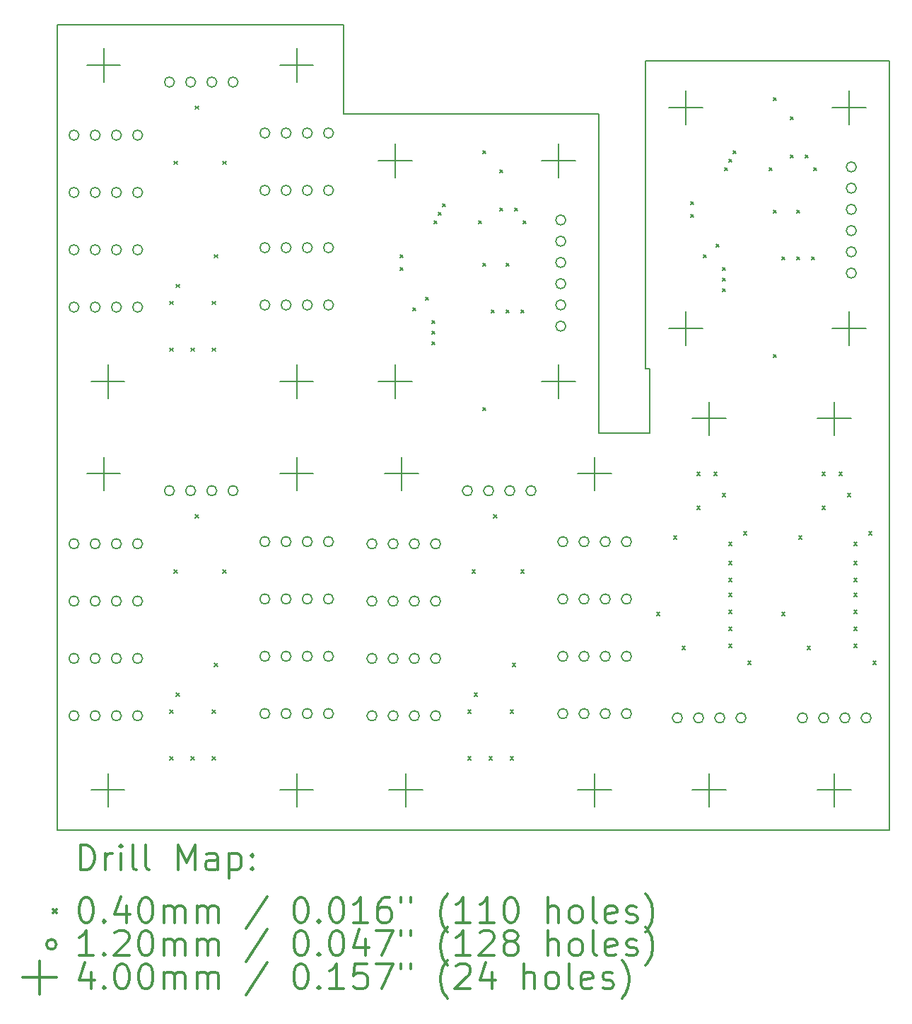
<source format=gbr>
%FSLAX45Y45*%
G04 Gerber Fmt 4.5, Leading zero omitted, Abs format (unit mm)*
G04 Created by KiCad (PCBNEW 5.0.2+dfsg1-1~bpo9+1) date dim. 19 janv. 2020 21:42:26 CET*
%MOMM*%
%LPD*%
G01*
G04 APERTURE LIST*
%ADD10C,0.150000*%
%ADD11C,0.200000*%
%ADD12C,0.300000*%
G04 APERTURE END LIST*
D10*
X14490700Y-6019800D02*
X11430000Y-6019800D01*
X14490700Y-9842500D02*
X14490700Y-6019800D01*
X15100300Y-9842500D02*
X14490700Y-9842500D01*
X15100300Y-9067800D02*
X15100300Y-9842500D01*
X15049500Y-9067800D02*
X15100300Y-9067800D01*
X15049500Y-5384800D02*
X15049500Y-9067800D01*
X17970500Y-5384800D02*
X15049500Y-5384800D01*
X17970500Y-14592300D02*
X17970500Y-5384800D01*
X17970500Y-14592300D02*
X8001000Y-14592300D01*
X8001000Y-14592300D02*
X8001000Y-4953000D01*
X11430000Y-4953000D02*
X11430000Y-6019800D01*
X8001000Y-4953000D02*
X11430000Y-4953000D01*
D11*
X9352600Y-8260400D02*
X9392600Y-8300400D01*
X9392600Y-8260400D02*
X9352600Y-8300400D01*
X9352600Y-8819200D02*
X9392600Y-8859200D01*
X9392600Y-8819200D02*
X9352600Y-8859200D01*
X9352600Y-13149900D02*
X9392600Y-13189900D01*
X9392600Y-13149900D02*
X9352600Y-13189900D01*
X9352600Y-13708700D02*
X9392600Y-13748700D01*
X9392600Y-13708700D02*
X9352600Y-13748700D01*
X9403400Y-6584000D02*
X9443400Y-6624000D01*
X9443400Y-6584000D02*
X9403400Y-6624000D01*
X9403400Y-11473500D02*
X9443400Y-11513500D01*
X9443400Y-11473500D02*
X9403400Y-11513500D01*
X9428800Y-8057200D02*
X9468800Y-8097200D01*
X9468800Y-8057200D02*
X9428800Y-8097200D01*
X9428800Y-12946700D02*
X9468800Y-12986700D01*
X9468800Y-12946700D02*
X9428800Y-12986700D01*
X9606600Y-8819200D02*
X9646600Y-8859200D01*
X9646600Y-8819200D02*
X9606600Y-8859200D01*
X9606600Y-13708700D02*
X9646600Y-13748700D01*
X9646600Y-13708700D02*
X9606600Y-13748700D01*
X9658700Y-5923600D02*
X9698700Y-5963600D01*
X9698700Y-5923600D02*
X9658700Y-5963600D01*
X9658700Y-10813100D02*
X9698700Y-10853100D01*
X9698700Y-10813100D02*
X9658700Y-10853100D01*
X9860600Y-8260400D02*
X9900600Y-8300400D01*
X9900600Y-8260400D02*
X9860600Y-8300400D01*
X9860600Y-8819200D02*
X9900600Y-8859200D01*
X9900600Y-8819200D02*
X9860600Y-8859200D01*
X9860600Y-13149900D02*
X9900600Y-13189900D01*
X9900600Y-13149900D02*
X9860600Y-13189900D01*
X9860600Y-13708700D02*
X9900600Y-13748700D01*
X9900600Y-13708700D02*
X9860600Y-13748700D01*
X9886000Y-7701600D02*
X9926000Y-7741600D01*
X9926000Y-7701600D02*
X9886000Y-7741600D01*
X9886000Y-12591100D02*
X9926000Y-12631100D01*
X9926000Y-12591100D02*
X9886000Y-12631100D01*
X9987600Y-6584000D02*
X10027600Y-6624000D01*
X10027600Y-6584000D02*
X9987600Y-6624000D01*
X9987600Y-11473500D02*
X10027600Y-11513500D01*
X10027600Y-11473500D02*
X9987600Y-11513500D01*
X12108500Y-7701600D02*
X12148500Y-7741600D01*
X12148500Y-7701600D02*
X12108500Y-7741600D01*
X12108500Y-7854000D02*
X12148500Y-7894000D01*
X12148500Y-7854000D02*
X12108500Y-7894000D01*
X12260900Y-8336600D02*
X12300900Y-8376600D01*
X12300900Y-8336600D02*
X12260900Y-8376600D01*
X12413300Y-8209600D02*
X12453300Y-8249600D01*
X12453300Y-8209600D02*
X12413300Y-8249600D01*
X12489500Y-8489000D02*
X12529500Y-8529000D01*
X12529500Y-8489000D02*
X12489500Y-8529000D01*
X12489500Y-8616000D02*
X12529500Y-8656000D01*
X12529500Y-8616000D02*
X12489500Y-8656000D01*
X12489500Y-8743000D02*
X12529500Y-8783000D01*
X12529500Y-8743000D02*
X12489500Y-8783000D01*
X12514900Y-7295200D02*
X12554900Y-7335200D01*
X12554900Y-7295200D02*
X12514900Y-7335200D01*
X12565700Y-7193600D02*
X12605700Y-7233600D01*
X12605700Y-7193600D02*
X12565700Y-7233600D01*
X12565700Y-7193600D02*
X12605700Y-7233600D01*
X12605700Y-7193600D02*
X12565700Y-7233600D01*
X12616500Y-7092000D02*
X12656500Y-7132000D01*
X12656500Y-7092000D02*
X12616500Y-7132000D01*
X12921300Y-13149900D02*
X12961300Y-13189900D01*
X12961300Y-13149900D02*
X12921300Y-13189900D01*
X12921300Y-13708700D02*
X12961300Y-13748700D01*
X12961300Y-13708700D02*
X12921300Y-13748700D01*
X12972100Y-11473500D02*
X13012100Y-11513500D01*
X13012100Y-11473500D02*
X12972100Y-11513500D01*
X12997500Y-12946700D02*
X13037500Y-12986700D01*
X13037500Y-12946700D02*
X12997500Y-12986700D01*
X13048300Y-7295200D02*
X13088300Y-7335200D01*
X13088300Y-7295200D02*
X13048300Y-7335200D01*
X13099100Y-6457000D02*
X13139100Y-6497000D01*
X13139100Y-6457000D02*
X13099100Y-6497000D01*
X13099100Y-7803200D02*
X13139100Y-7843200D01*
X13139100Y-7803200D02*
X13099100Y-7843200D01*
X13099100Y-9530400D02*
X13139100Y-9570400D01*
X13139100Y-9530400D02*
X13099100Y-9570400D01*
X13175300Y-13708700D02*
X13215300Y-13748700D01*
X13215300Y-13708700D02*
X13175300Y-13748700D01*
X13200700Y-8362000D02*
X13240700Y-8402000D01*
X13240700Y-8362000D02*
X13200700Y-8402000D01*
X13227400Y-10813100D02*
X13267400Y-10853100D01*
X13267400Y-10813100D02*
X13227400Y-10853100D01*
X13302300Y-6685600D02*
X13342300Y-6725600D01*
X13342300Y-6685600D02*
X13302300Y-6725600D01*
X13302300Y-7142800D02*
X13342300Y-7182800D01*
X13342300Y-7142800D02*
X13302300Y-7182800D01*
X13378500Y-7803200D02*
X13418500Y-7843200D01*
X13418500Y-7803200D02*
X13378500Y-7843200D01*
X13378500Y-8362000D02*
X13418500Y-8402000D01*
X13418500Y-8362000D02*
X13378500Y-8402000D01*
X13429300Y-13149900D02*
X13469300Y-13189900D01*
X13469300Y-13149900D02*
X13429300Y-13189900D01*
X13429300Y-13708700D02*
X13469300Y-13748700D01*
X13469300Y-13708700D02*
X13429300Y-13748700D01*
X13454700Y-12591100D02*
X13494700Y-12631100D01*
X13494700Y-12591100D02*
X13454700Y-12631100D01*
X13480100Y-7142800D02*
X13520100Y-7182800D01*
X13520100Y-7142800D02*
X13480100Y-7182800D01*
X13556300Y-8362000D02*
X13596300Y-8402000D01*
X13596300Y-8362000D02*
X13556300Y-8402000D01*
X13556300Y-11473500D02*
X13596300Y-11513500D01*
X13596300Y-11473500D02*
X13556300Y-11513500D01*
X13581700Y-7295200D02*
X13621700Y-7335200D01*
X13621700Y-7295200D02*
X13581700Y-7335200D01*
X15181900Y-11981500D02*
X15221900Y-12021500D01*
X15221900Y-11981500D02*
X15181900Y-12021500D01*
X15385100Y-11067100D02*
X15425100Y-11107100D01*
X15425100Y-11067100D02*
X15385100Y-11107100D01*
X15486700Y-12387900D02*
X15526700Y-12427900D01*
X15526700Y-12387900D02*
X15486700Y-12427900D01*
X15588300Y-7066600D02*
X15628300Y-7106600D01*
X15628300Y-7066600D02*
X15588300Y-7106600D01*
X15588300Y-7219000D02*
X15628300Y-7259000D01*
X15628300Y-7219000D02*
X15588300Y-7259000D01*
X15664500Y-10305100D02*
X15704500Y-10345100D01*
X15704500Y-10305100D02*
X15664500Y-10345100D01*
X15664500Y-10711500D02*
X15704500Y-10751500D01*
X15704500Y-10711500D02*
X15664500Y-10751500D01*
X15740700Y-7701600D02*
X15780700Y-7741600D01*
X15780700Y-7701600D02*
X15740700Y-7741600D01*
X15867700Y-10305100D02*
X15907700Y-10345100D01*
X15907700Y-10305100D02*
X15867700Y-10345100D01*
X15893100Y-7574600D02*
X15933100Y-7614600D01*
X15933100Y-7574600D02*
X15893100Y-7614600D01*
X15969300Y-7854000D02*
X16009300Y-7894000D01*
X16009300Y-7854000D02*
X15969300Y-7894000D01*
X15969300Y-7981000D02*
X16009300Y-8021000D01*
X16009300Y-7981000D02*
X15969300Y-8021000D01*
X15969300Y-8108000D02*
X16009300Y-8148000D01*
X16009300Y-8108000D02*
X15969300Y-8148000D01*
X15969300Y-10559100D02*
X16009300Y-10599100D01*
X16009300Y-10559100D02*
X15969300Y-10599100D01*
X15994700Y-6660200D02*
X16034700Y-6700200D01*
X16034700Y-6660200D02*
X15994700Y-6700200D01*
X16044200Y-11371900D02*
X16084200Y-11411900D01*
X16084200Y-11371900D02*
X16044200Y-11411900D01*
X16045500Y-6558600D02*
X16085500Y-6598600D01*
X16085500Y-6558600D02*
X16045500Y-6598600D01*
X16045500Y-6558600D02*
X16085500Y-6598600D01*
X16085500Y-6558600D02*
X16045500Y-6598600D01*
X16045500Y-11143300D02*
X16085500Y-11183300D01*
X16085500Y-11143300D02*
X16045500Y-11183300D01*
X16045500Y-11575100D02*
X16085500Y-11615100D01*
X16085500Y-11575100D02*
X16045500Y-11615100D01*
X16045500Y-11752900D02*
X16085500Y-11792900D01*
X16085500Y-11752900D02*
X16045500Y-11792900D01*
X16045500Y-11752900D02*
X16085500Y-11792900D01*
X16085500Y-11752900D02*
X16045500Y-11792900D01*
X16045500Y-11956100D02*
X16085500Y-11996100D01*
X16085500Y-11956100D02*
X16045500Y-11996100D01*
X16045500Y-12159300D02*
X16085500Y-12199300D01*
X16085500Y-12159300D02*
X16045500Y-12199300D01*
X16045500Y-12362500D02*
X16085500Y-12402500D01*
X16085500Y-12362500D02*
X16045500Y-12402500D01*
X16096300Y-6457000D02*
X16136300Y-6497000D01*
X16136300Y-6457000D02*
X16096300Y-6497000D01*
X16223300Y-11016300D02*
X16263300Y-11056300D01*
X16263300Y-11016300D02*
X16223300Y-11056300D01*
X16274100Y-12565700D02*
X16314100Y-12605700D01*
X16314100Y-12565700D02*
X16274100Y-12605700D01*
X16528100Y-6660200D02*
X16568100Y-6700200D01*
X16568100Y-6660200D02*
X16528100Y-6700200D01*
X16578900Y-5822000D02*
X16618900Y-5862000D01*
X16618900Y-5822000D02*
X16578900Y-5862000D01*
X16578900Y-7168200D02*
X16618900Y-7208200D01*
X16618900Y-7168200D02*
X16578900Y-7208200D01*
X16578900Y-8895400D02*
X16618900Y-8935400D01*
X16618900Y-8895400D02*
X16578900Y-8935400D01*
X16680500Y-7727000D02*
X16720500Y-7767000D01*
X16720500Y-7727000D02*
X16680500Y-7767000D01*
X16680500Y-11981500D02*
X16720500Y-12021500D01*
X16720500Y-11981500D02*
X16680500Y-12021500D01*
X16782100Y-6050600D02*
X16822100Y-6090600D01*
X16822100Y-6050600D02*
X16782100Y-6090600D01*
X16782100Y-6507800D02*
X16822100Y-6547800D01*
X16822100Y-6507800D02*
X16782100Y-6547800D01*
X16858300Y-7168200D02*
X16898300Y-7208200D01*
X16898300Y-7168200D02*
X16858300Y-7208200D01*
X16858300Y-7727000D02*
X16898300Y-7767000D01*
X16898300Y-7727000D02*
X16858300Y-7767000D01*
X16883700Y-11067100D02*
X16923700Y-11107100D01*
X16923700Y-11067100D02*
X16883700Y-11107100D01*
X16959900Y-6507800D02*
X16999900Y-6547800D01*
X16999900Y-6507800D02*
X16959900Y-6547800D01*
X16985300Y-12387900D02*
X17025300Y-12427900D01*
X17025300Y-12387900D02*
X16985300Y-12427900D01*
X17036100Y-7727000D02*
X17076100Y-7767000D01*
X17076100Y-7727000D02*
X17036100Y-7767000D01*
X17061500Y-6660200D02*
X17101500Y-6700200D01*
X17101500Y-6660200D02*
X17061500Y-6700200D01*
X17163100Y-10305100D02*
X17203100Y-10345100D01*
X17203100Y-10305100D02*
X17163100Y-10345100D01*
X17163100Y-10711500D02*
X17203100Y-10751500D01*
X17203100Y-10711500D02*
X17163100Y-10751500D01*
X17366300Y-10305100D02*
X17406300Y-10345100D01*
X17406300Y-10305100D02*
X17366300Y-10345100D01*
X17467900Y-10559100D02*
X17507900Y-10599100D01*
X17507900Y-10559100D02*
X17467900Y-10599100D01*
X17542800Y-11371900D02*
X17582800Y-11411900D01*
X17582800Y-11371900D02*
X17542800Y-11411900D01*
X17544100Y-11143300D02*
X17584100Y-11183300D01*
X17584100Y-11143300D02*
X17544100Y-11183300D01*
X17544100Y-11575100D02*
X17584100Y-11615100D01*
X17584100Y-11575100D02*
X17544100Y-11615100D01*
X17544100Y-11752900D02*
X17584100Y-11792900D01*
X17584100Y-11752900D02*
X17544100Y-11792900D01*
X17544100Y-11752900D02*
X17584100Y-11792900D01*
X17584100Y-11752900D02*
X17544100Y-11792900D01*
X17544100Y-11956100D02*
X17584100Y-11996100D01*
X17584100Y-11956100D02*
X17544100Y-11996100D01*
X17544100Y-12159300D02*
X17584100Y-12199300D01*
X17584100Y-12159300D02*
X17544100Y-12199300D01*
X17544100Y-12362500D02*
X17584100Y-12402500D01*
X17584100Y-12362500D02*
X17544100Y-12402500D01*
X17721900Y-11016300D02*
X17761900Y-11056300D01*
X17761900Y-11016300D02*
X17721900Y-11056300D01*
X17772700Y-12565700D02*
X17812700Y-12605700D01*
X17812700Y-12565700D02*
X17772700Y-12605700D01*
X14118900Y-11137900D02*
G75*
G03X14118900Y-11137900I-60000J0D01*
G01*
X14372900Y-11137900D02*
G75*
G03X14372900Y-11137900I-60000J0D01*
G01*
X14626900Y-11137900D02*
G75*
G03X14626900Y-11137900I-60000J0D01*
G01*
X14880900Y-11137900D02*
G75*
G03X14880900Y-11137900I-60000J0D01*
G01*
X11832900Y-12534900D02*
G75*
G03X11832900Y-12534900I-60000J0D01*
G01*
X12086900Y-12534900D02*
G75*
G03X12086900Y-12534900I-60000J0D01*
G01*
X12340900Y-12534900D02*
G75*
G03X12340900Y-12534900I-60000J0D01*
G01*
X12594900Y-12534900D02*
G75*
G03X12594900Y-12534900I-60000J0D01*
G01*
X10550200Y-11823700D02*
G75*
G03X10550200Y-11823700I-60000J0D01*
G01*
X10804200Y-11823700D02*
G75*
G03X10804200Y-11823700I-60000J0D01*
G01*
X11058200Y-11823700D02*
G75*
G03X11058200Y-11823700I-60000J0D01*
G01*
X11312200Y-11823700D02*
G75*
G03X11312200Y-11823700I-60000J0D01*
G01*
X10550200Y-11137900D02*
G75*
G03X10550200Y-11137900I-60000J0D01*
G01*
X10804200Y-11137900D02*
G75*
G03X10804200Y-11137900I-60000J0D01*
G01*
X11058200Y-11137900D02*
G75*
G03X11058200Y-11137900I-60000J0D01*
G01*
X11312200Y-11137900D02*
G75*
G03X11312200Y-11137900I-60000J0D01*
G01*
X14118900Y-11823700D02*
G75*
G03X14118900Y-11823700I-60000J0D01*
G01*
X14372900Y-11823700D02*
G75*
G03X14372900Y-11823700I-60000J0D01*
G01*
X14626900Y-11823700D02*
G75*
G03X14626900Y-11823700I-60000J0D01*
G01*
X14880900Y-11823700D02*
G75*
G03X14880900Y-11823700I-60000J0D01*
G01*
X11832900Y-11163300D02*
G75*
G03X11832900Y-11163300I-60000J0D01*
G01*
X12086900Y-11163300D02*
G75*
G03X12086900Y-11163300I-60000J0D01*
G01*
X12340900Y-11163300D02*
G75*
G03X12340900Y-11163300I-60000J0D01*
G01*
X12594900Y-11163300D02*
G75*
G03X12594900Y-11163300I-60000J0D01*
G01*
X10550200Y-13195300D02*
G75*
G03X10550200Y-13195300I-60000J0D01*
G01*
X10804200Y-13195300D02*
G75*
G03X10804200Y-13195300I-60000J0D01*
G01*
X11058200Y-13195300D02*
G75*
G03X11058200Y-13195300I-60000J0D01*
G01*
X11312200Y-13195300D02*
G75*
G03X11312200Y-13195300I-60000J0D01*
G01*
X10550200Y-8305800D02*
G75*
G03X10550200Y-8305800I-60000J0D01*
G01*
X10804200Y-8305800D02*
G75*
G03X10804200Y-8305800I-60000J0D01*
G01*
X11058200Y-8305800D02*
G75*
G03X11058200Y-8305800I-60000J0D01*
G01*
X11312200Y-8305800D02*
G75*
G03X11312200Y-8305800I-60000J0D01*
G01*
X15490500Y-13246100D02*
G75*
G03X15490500Y-13246100I-60000J0D01*
G01*
X15744500Y-13246100D02*
G75*
G03X15744500Y-13246100I-60000J0D01*
G01*
X15998500Y-13246100D02*
G75*
G03X15998500Y-13246100I-60000J0D01*
G01*
X16252500Y-13246100D02*
G75*
G03X16252500Y-13246100I-60000J0D01*
G01*
X10550200Y-6248400D02*
G75*
G03X10550200Y-6248400I-60000J0D01*
G01*
X10804200Y-6248400D02*
G75*
G03X10804200Y-6248400I-60000J0D01*
G01*
X11058200Y-6248400D02*
G75*
G03X11058200Y-6248400I-60000J0D01*
G01*
X11312200Y-6248400D02*
G75*
G03X11312200Y-6248400I-60000J0D01*
G01*
X14118900Y-13195300D02*
G75*
G03X14118900Y-13195300I-60000J0D01*
G01*
X14372900Y-13195300D02*
G75*
G03X14372900Y-13195300I-60000J0D01*
G01*
X14626900Y-13195300D02*
G75*
G03X14626900Y-13195300I-60000J0D01*
G01*
X14880900Y-13195300D02*
G75*
G03X14880900Y-13195300I-60000J0D01*
G01*
X17573300Y-6654800D02*
G75*
G03X17573300Y-6654800I-60000J0D01*
G01*
X17573300Y-6908800D02*
G75*
G03X17573300Y-6908800I-60000J0D01*
G01*
X17573300Y-7162800D02*
G75*
G03X17573300Y-7162800I-60000J0D01*
G01*
X17573300Y-7416800D02*
G75*
G03X17573300Y-7416800I-60000J0D01*
G01*
X17573300Y-7670800D02*
G75*
G03X17573300Y-7670800I-60000J0D01*
G01*
X17573300Y-7924800D02*
G75*
G03X17573300Y-7924800I-60000J0D01*
G01*
X16989100Y-13246100D02*
G75*
G03X16989100Y-13246100I-60000J0D01*
G01*
X17243100Y-13246100D02*
G75*
G03X17243100Y-13246100I-60000J0D01*
G01*
X17497100Y-13246100D02*
G75*
G03X17497100Y-13246100I-60000J0D01*
G01*
X17751100Y-13246100D02*
G75*
G03X17751100Y-13246100I-60000J0D01*
G01*
X8264200Y-13220700D02*
G75*
G03X8264200Y-13220700I-60000J0D01*
G01*
X8518200Y-13220700D02*
G75*
G03X8518200Y-13220700I-60000J0D01*
G01*
X8772200Y-13220700D02*
G75*
G03X8772200Y-13220700I-60000J0D01*
G01*
X9026200Y-13220700D02*
G75*
G03X9026200Y-13220700I-60000J0D01*
G01*
X11832900Y-11849100D02*
G75*
G03X11832900Y-11849100I-60000J0D01*
G01*
X12086900Y-11849100D02*
G75*
G03X12086900Y-11849100I-60000J0D01*
G01*
X12340900Y-11849100D02*
G75*
G03X12340900Y-11849100I-60000J0D01*
G01*
X12594900Y-11849100D02*
G75*
G03X12594900Y-11849100I-60000J0D01*
G01*
X10550200Y-7620000D02*
G75*
G03X10550200Y-7620000I-60000J0D01*
G01*
X10804200Y-7620000D02*
G75*
G03X10804200Y-7620000I-60000J0D01*
G01*
X11058200Y-7620000D02*
G75*
G03X11058200Y-7620000I-60000J0D01*
G01*
X11312200Y-7620000D02*
G75*
G03X11312200Y-7620000I-60000J0D01*
G01*
X9407200Y-5638800D02*
G75*
G03X9407200Y-5638800I-60000J0D01*
G01*
X9661200Y-5638800D02*
G75*
G03X9661200Y-5638800I-60000J0D01*
G01*
X9915200Y-5638800D02*
G75*
G03X9915200Y-5638800I-60000J0D01*
G01*
X10169200Y-5638800D02*
G75*
G03X10169200Y-5638800I-60000J0D01*
G01*
X8264200Y-11163300D02*
G75*
G03X8264200Y-11163300I-60000J0D01*
G01*
X8518200Y-11163300D02*
G75*
G03X8518200Y-11163300I-60000J0D01*
G01*
X8772200Y-11163300D02*
G75*
G03X8772200Y-11163300I-60000J0D01*
G01*
X9026200Y-11163300D02*
G75*
G03X9026200Y-11163300I-60000J0D01*
G01*
X11832900Y-13220700D02*
G75*
G03X11832900Y-13220700I-60000J0D01*
G01*
X12086900Y-13220700D02*
G75*
G03X12086900Y-13220700I-60000J0D01*
G01*
X12340900Y-13220700D02*
G75*
G03X12340900Y-13220700I-60000J0D01*
G01*
X12594900Y-13220700D02*
G75*
G03X12594900Y-13220700I-60000J0D01*
G01*
X9407200Y-10528300D02*
G75*
G03X9407200Y-10528300I-60000J0D01*
G01*
X9661200Y-10528300D02*
G75*
G03X9661200Y-10528300I-60000J0D01*
G01*
X9915200Y-10528300D02*
G75*
G03X9915200Y-10528300I-60000J0D01*
G01*
X10169200Y-10528300D02*
G75*
G03X10169200Y-10528300I-60000J0D01*
G01*
X14093500Y-7289800D02*
G75*
G03X14093500Y-7289800I-60000J0D01*
G01*
X14093500Y-7543800D02*
G75*
G03X14093500Y-7543800I-60000J0D01*
G01*
X14093500Y-7797800D02*
G75*
G03X14093500Y-7797800I-60000J0D01*
G01*
X14093500Y-8051800D02*
G75*
G03X14093500Y-8051800I-60000J0D01*
G01*
X14093500Y-8305800D02*
G75*
G03X14093500Y-8305800I-60000J0D01*
G01*
X14093500Y-8559800D02*
G75*
G03X14093500Y-8559800I-60000J0D01*
G01*
X8264200Y-8331200D02*
G75*
G03X8264200Y-8331200I-60000J0D01*
G01*
X8518200Y-8331200D02*
G75*
G03X8518200Y-8331200I-60000J0D01*
G01*
X8772200Y-8331200D02*
G75*
G03X8772200Y-8331200I-60000J0D01*
G01*
X9026200Y-8331200D02*
G75*
G03X9026200Y-8331200I-60000J0D01*
G01*
X8264200Y-7645400D02*
G75*
G03X8264200Y-7645400I-60000J0D01*
G01*
X8518200Y-7645400D02*
G75*
G03X8518200Y-7645400I-60000J0D01*
G01*
X8772200Y-7645400D02*
G75*
G03X8772200Y-7645400I-60000J0D01*
G01*
X9026200Y-7645400D02*
G75*
G03X9026200Y-7645400I-60000J0D01*
G01*
X12975900Y-10528300D02*
G75*
G03X12975900Y-10528300I-60000J0D01*
G01*
X13229900Y-10528300D02*
G75*
G03X13229900Y-10528300I-60000J0D01*
G01*
X13483900Y-10528300D02*
G75*
G03X13483900Y-10528300I-60000J0D01*
G01*
X13737900Y-10528300D02*
G75*
G03X13737900Y-10528300I-60000J0D01*
G01*
X8264200Y-12534900D02*
G75*
G03X8264200Y-12534900I-60000J0D01*
G01*
X8518200Y-12534900D02*
G75*
G03X8518200Y-12534900I-60000J0D01*
G01*
X8772200Y-12534900D02*
G75*
G03X8772200Y-12534900I-60000J0D01*
G01*
X9026200Y-12534900D02*
G75*
G03X9026200Y-12534900I-60000J0D01*
G01*
X8264200Y-6959600D02*
G75*
G03X8264200Y-6959600I-60000J0D01*
G01*
X8518200Y-6959600D02*
G75*
G03X8518200Y-6959600I-60000J0D01*
G01*
X8772200Y-6959600D02*
G75*
G03X8772200Y-6959600I-60000J0D01*
G01*
X9026200Y-6959600D02*
G75*
G03X9026200Y-6959600I-60000J0D01*
G01*
X10550200Y-6934200D02*
G75*
G03X10550200Y-6934200I-60000J0D01*
G01*
X10804200Y-6934200D02*
G75*
G03X10804200Y-6934200I-60000J0D01*
G01*
X11058200Y-6934200D02*
G75*
G03X11058200Y-6934200I-60000J0D01*
G01*
X11312200Y-6934200D02*
G75*
G03X11312200Y-6934200I-60000J0D01*
G01*
X8264200Y-6273800D02*
G75*
G03X8264200Y-6273800I-60000J0D01*
G01*
X8518200Y-6273800D02*
G75*
G03X8518200Y-6273800I-60000J0D01*
G01*
X8772200Y-6273800D02*
G75*
G03X8772200Y-6273800I-60000J0D01*
G01*
X9026200Y-6273800D02*
G75*
G03X9026200Y-6273800I-60000J0D01*
G01*
X8264200Y-11849100D02*
G75*
G03X8264200Y-11849100I-60000J0D01*
G01*
X8518200Y-11849100D02*
G75*
G03X8518200Y-11849100I-60000J0D01*
G01*
X8772200Y-11849100D02*
G75*
G03X8772200Y-11849100I-60000J0D01*
G01*
X9026200Y-11849100D02*
G75*
G03X9026200Y-11849100I-60000J0D01*
G01*
X14118900Y-12509500D02*
G75*
G03X14118900Y-12509500I-60000J0D01*
G01*
X14372900Y-12509500D02*
G75*
G03X14372900Y-12509500I-60000J0D01*
G01*
X14626900Y-12509500D02*
G75*
G03X14626900Y-12509500I-60000J0D01*
G01*
X14880900Y-12509500D02*
G75*
G03X14880900Y-12509500I-60000J0D01*
G01*
X10550200Y-12509500D02*
G75*
G03X10550200Y-12509500I-60000J0D01*
G01*
X10804200Y-12509500D02*
G75*
G03X10804200Y-12509500I-60000J0D01*
G01*
X11058200Y-12509500D02*
G75*
G03X11058200Y-12509500I-60000J0D01*
G01*
X11312200Y-12509500D02*
G75*
G03X11312200Y-12509500I-60000J0D01*
G01*
X17310100Y-9464700D02*
X17310100Y-9864700D01*
X17110100Y-9664700D02*
X17510100Y-9664700D01*
X17487900Y-8385200D02*
X17487900Y-8785200D01*
X17287900Y-8585200D02*
X17687900Y-8585200D01*
X12128500Y-10125100D02*
X12128500Y-10525100D01*
X11928500Y-10325100D02*
X12328500Y-10325100D01*
X8559800Y-5235600D02*
X8559800Y-5635600D01*
X8359800Y-5435600D02*
X8759800Y-5435600D01*
X14008100Y-9020200D02*
X14008100Y-9420200D01*
X13808100Y-9220200D02*
X14208100Y-9220200D01*
X8610600Y-13909700D02*
X8610600Y-14309700D01*
X8410600Y-14109700D02*
X8810600Y-14109700D01*
X12052300Y-9020200D02*
X12052300Y-9420200D01*
X11852300Y-9220200D02*
X12252300Y-9220200D01*
X17310100Y-13909700D02*
X17310100Y-14309700D01*
X17110100Y-14109700D02*
X17510100Y-14109700D01*
X15811500Y-13909700D02*
X15811500Y-14309700D01*
X15611500Y-14109700D02*
X16011500Y-14109700D01*
X14008100Y-6378600D02*
X14008100Y-6778600D01*
X13808100Y-6578600D02*
X14208100Y-6578600D01*
X8559800Y-10125100D02*
X8559800Y-10525100D01*
X8359800Y-10325100D02*
X8759800Y-10325100D01*
X15532100Y-5743600D02*
X15532100Y-6143600D01*
X15332100Y-5943600D02*
X15732100Y-5943600D01*
X10871200Y-9020200D02*
X10871200Y-9420200D01*
X10671200Y-9220200D02*
X11071200Y-9220200D01*
X15811500Y-9464700D02*
X15811500Y-9864700D01*
X15611500Y-9664700D02*
X16011500Y-9664700D01*
X10871200Y-10125100D02*
X10871200Y-10525100D01*
X10671200Y-10325100D02*
X11071200Y-10325100D01*
X12179300Y-13909700D02*
X12179300Y-14309700D01*
X11979300Y-14109700D02*
X12379300Y-14109700D01*
X10871200Y-13909700D02*
X10871200Y-14309700D01*
X10671200Y-14109700D02*
X11071200Y-14109700D01*
X14439900Y-10125100D02*
X14439900Y-10525100D01*
X14239900Y-10325100D02*
X14639900Y-10325100D01*
X8610600Y-9020200D02*
X8610600Y-9420200D01*
X8410600Y-9220200D02*
X8810600Y-9220200D01*
X17487900Y-5743600D02*
X17487900Y-6143600D01*
X17287900Y-5943600D02*
X17687900Y-5943600D01*
X15532100Y-8385200D02*
X15532100Y-8785200D01*
X15332100Y-8585200D02*
X15732100Y-8585200D01*
X14439900Y-13909700D02*
X14439900Y-14309700D01*
X14239900Y-14109700D02*
X14639900Y-14109700D01*
X10871200Y-5235600D02*
X10871200Y-5635600D01*
X10671200Y-5435600D02*
X11071200Y-5435600D01*
X12052300Y-6378600D02*
X12052300Y-6778600D01*
X11852300Y-6578600D02*
X12252300Y-6578600D01*
D12*
X8279928Y-15065514D02*
X8279928Y-14765514D01*
X8351357Y-14765514D01*
X8394214Y-14779800D01*
X8422786Y-14808371D01*
X8437071Y-14836943D01*
X8451357Y-14894086D01*
X8451357Y-14936943D01*
X8437071Y-14994086D01*
X8422786Y-15022657D01*
X8394214Y-15051229D01*
X8351357Y-15065514D01*
X8279928Y-15065514D01*
X8579928Y-15065514D02*
X8579928Y-14865514D01*
X8579928Y-14922657D02*
X8594214Y-14894086D01*
X8608500Y-14879800D01*
X8637071Y-14865514D01*
X8665643Y-14865514D01*
X8765643Y-15065514D02*
X8765643Y-14865514D01*
X8765643Y-14765514D02*
X8751357Y-14779800D01*
X8765643Y-14794086D01*
X8779928Y-14779800D01*
X8765643Y-14765514D01*
X8765643Y-14794086D01*
X8951357Y-15065514D02*
X8922786Y-15051229D01*
X8908500Y-15022657D01*
X8908500Y-14765514D01*
X9108500Y-15065514D02*
X9079928Y-15051229D01*
X9065643Y-15022657D01*
X9065643Y-14765514D01*
X9451357Y-15065514D02*
X9451357Y-14765514D01*
X9551357Y-14979800D01*
X9651357Y-14765514D01*
X9651357Y-15065514D01*
X9922786Y-15065514D02*
X9922786Y-14908371D01*
X9908500Y-14879800D01*
X9879928Y-14865514D01*
X9822786Y-14865514D01*
X9794214Y-14879800D01*
X9922786Y-15051229D02*
X9894214Y-15065514D01*
X9822786Y-15065514D01*
X9794214Y-15051229D01*
X9779928Y-15022657D01*
X9779928Y-14994086D01*
X9794214Y-14965514D01*
X9822786Y-14951229D01*
X9894214Y-14951229D01*
X9922786Y-14936943D01*
X10065643Y-14865514D02*
X10065643Y-15165514D01*
X10065643Y-14879800D02*
X10094214Y-14865514D01*
X10151357Y-14865514D01*
X10179928Y-14879800D01*
X10194214Y-14894086D01*
X10208500Y-14922657D01*
X10208500Y-15008371D01*
X10194214Y-15036943D01*
X10179928Y-15051229D01*
X10151357Y-15065514D01*
X10094214Y-15065514D01*
X10065643Y-15051229D01*
X10337071Y-15036943D02*
X10351357Y-15051229D01*
X10337071Y-15065514D01*
X10322786Y-15051229D01*
X10337071Y-15036943D01*
X10337071Y-15065514D01*
X10337071Y-14879800D02*
X10351357Y-14894086D01*
X10337071Y-14908371D01*
X10322786Y-14894086D01*
X10337071Y-14879800D01*
X10337071Y-14908371D01*
X7953500Y-15539800D02*
X7993500Y-15579800D01*
X7993500Y-15539800D02*
X7953500Y-15579800D01*
X8337071Y-15395514D02*
X8365643Y-15395514D01*
X8394214Y-15409800D01*
X8408500Y-15424086D01*
X8422786Y-15452657D01*
X8437071Y-15509800D01*
X8437071Y-15581229D01*
X8422786Y-15638371D01*
X8408500Y-15666943D01*
X8394214Y-15681229D01*
X8365643Y-15695514D01*
X8337071Y-15695514D01*
X8308500Y-15681229D01*
X8294214Y-15666943D01*
X8279928Y-15638371D01*
X8265643Y-15581229D01*
X8265643Y-15509800D01*
X8279928Y-15452657D01*
X8294214Y-15424086D01*
X8308500Y-15409800D01*
X8337071Y-15395514D01*
X8565643Y-15666943D02*
X8579928Y-15681229D01*
X8565643Y-15695514D01*
X8551357Y-15681229D01*
X8565643Y-15666943D01*
X8565643Y-15695514D01*
X8837071Y-15495514D02*
X8837071Y-15695514D01*
X8765643Y-15381229D02*
X8694214Y-15595514D01*
X8879928Y-15595514D01*
X9051357Y-15395514D02*
X9079928Y-15395514D01*
X9108500Y-15409800D01*
X9122786Y-15424086D01*
X9137071Y-15452657D01*
X9151357Y-15509800D01*
X9151357Y-15581229D01*
X9137071Y-15638371D01*
X9122786Y-15666943D01*
X9108500Y-15681229D01*
X9079928Y-15695514D01*
X9051357Y-15695514D01*
X9022786Y-15681229D01*
X9008500Y-15666943D01*
X8994214Y-15638371D01*
X8979928Y-15581229D01*
X8979928Y-15509800D01*
X8994214Y-15452657D01*
X9008500Y-15424086D01*
X9022786Y-15409800D01*
X9051357Y-15395514D01*
X9279928Y-15695514D02*
X9279928Y-15495514D01*
X9279928Y-15524086D02*
X9294214Y-15509800D01*
X9322786Y-15495514D01*
X9365643Y-15495514D01*
X9394214Y-15509800D01*
X9408500Y-15538371D01*
X9408500Y-15695514D01*
X9408500Y-15538371D02*
X9422786Y-15509800D01*
X9451357Y-15495514D01*
X9494214Y-15495514D01*
X9522786Y-15509800D01*
X9537071Y-15538371D01*
X9537071Y-15695514D01*
X9679928Y-15695514D02*
X9679928Y-15495514D01*
X9679928Y-15524086D02*
X9694214Y-15509800D01*
X9722786Y-15495514D01*
X9765643Y-15495514D01*
X9794214Y-15509800D01*
X9808500Y-15538371D01*
X9808500Y-15695514D01*
X9808500Y-15538371D02*
X9822786Y-15509800D01*
X9851357Y-15495514D01*
X9894214Y-15495514D01*
X9922786Y-15509800D01*
X9937071Y-15538371D01*
X9937071Y-15695514D01*
X10522786Y-15381229D02*
X10265643Y-15766943D01*
X10908500Y-15395514D02*
X10937071Y-15395514D01*
X10965643Y-15409800D01*
X10979928Y-15424086D01*
X10994214Y-15452657D01*
X11008500Y-15509800D01*
X11008500Y-15581229D01*
X10994214Y-15638371D01*
X10979928Y-15666943D01*
X10965643Y-15681229D01*
X10937071Y-15695514D01*
X10908500Y-15695514D01*
X10879928Y-15681229D01*
X10865643Y-15666943D01*
X10851357Y-15638371D01*
X10837071Y-15581229D01*
X10837071Y-15509800D01*
X10851357Y-15452657D01*
X10865643Y-15424086D01*
X10879928Y-15409800D01*
X10908500Y-15395514D01*
X11137071Y-15666943D02*
X11151357Y-15681229D01*
X11137071Y-15695514D01*
X11122786Y-15681229D01*
X11137071Y-15666943D01*
X11137071Y-15695514D01*
X11337071Y-15395514D02*
X11365643Y-15395514D01*
X11394214Y-15409800D01*
X11408500Y-15424086D01*
X11422786Y-15452657D01*
X11437071Y-15509800D01*
X11437071Y-15581229D01*
X11422786Y-15638371D01*
X11408500Y-15666943D01*
X11394214Y-15681229D01*
X11365643Y-15695514D01*
X11337071Y-15695514D01*
X11308500Y-15681229D01*
X11294214Y-15666943D01*
X11279928Y-15638371D01*
X11265643Y-15581229D01*
X11265643Y-15509800D01*
X11279928Y-15452657D01*
X11294214Y-15424086D01*
X11308500Y-15409800D01*
X11337071Y-15395514D01*
X11722786Y-15695514D02*
X11551357Y-15695514D01*
X11637071Y-15695514D02*
X11637071Y-15395514D01*
X11608500Y-15438371D01*
X11579928Y-15466943D01*
X11551357Y-15481229D01*
X11979928Y-15395514D02*
X11922786Y-15395514D01*
X11894214Y-15409800D01*
X11879928Y-15424086D01*
X11851357Y-15466943D01*
X11837071Y-15524086D01*
X11837071Y-15638371D01*
X11851357Y-15666943D01*
X11865643Y-15681229D01*
X11894214Y-15695514D01*
X11951357Y-15695514D01*
X11979928Y-15681229D01*
X11994214Y-15666943D01*
X12008500Y-15638371D01*
X12008500Y-15566943D01*
X11994214Y-15538371D01*
X11979928Y-15524086D01*
X11951357Y-15509800D01*
X11894214Y-15509800D01*
X11865643Y-15524086D01*
X11851357Y-15538371D01*
X11837071Y-15566943D01*
X12122786Y-15395514D02*
X12122786Y-15452657D01*
X12237071Y-15395514D02*
X12237071Y-15452657D01*
X12679928Y-15809800D02*
X12665643Y-15795514D01*
X12637071Y-15752657D01*
X12622786Y-15724086D01*
X12608500Y-15681229D01*
X12594214Y-15609800D01*
X12594214Y-15552657D01*
X12608500Y-15481229D01*
X12622786Y-15438371D01*
X12637071Y-15409800D01*
X12665643Y-15366943D01*
X12679928Y-15352657D01*
X12951357Y-15695514D02*
X12779928Y-15695514D01*
X12865643Y-15695514D02*
X12865643Y-15395514D01*
X12837071Y-15438371D01*
X12808500Y-15466943D01*
X12779928Y-15481229D01*
X13237071Y-15695514D02*
X13065643Y-15695514D01*
X13151357Y-15695514D02*
X13151357Y-15395514D01*
X13122786Y-15438371D01*
X13094214Y-15466943D01*
X13065643Y-15481229D01*
X13422786Y-15395514D02*
X13451357Y-15395514D01*
X13479928Y-15409800D01*
X13494214Y-15424086D01*
X13508500Y-15452657D01*
X13522786Y-15509800D01*
X13522786Y-15581229D01*
X13508500Y-15638371D01*
X13494214Y-15666943D01*
X13479928Y-15681229D01*
X13451357Y-15695514D01*
X13422786Y-15695514D01*
X13394214Y-15681229D01*
X13379928Y-15666943D01*
X13365643Y-15638371D01*
X13351357Y-15581229D01*
X13351357Y-15509800D01*
X13365643Y-15452657D01*
X13379928Y-15424086D01*
X13394214Y-15409800D01*
X13422786Y-15395514D01*
X13879928Y-15695514D02*
X13879928Y-15395514D01*
X14008500Y-15695514D02*
X14008500Y-15538371D01*
X13994214Y-15509800D01*
X13965643Y-15495514D01*
X13922786Y-15495514D01*
X13894214Y-15509800D01*
X13879928Y-15524086D01*
X14194214Y-15695514D02*
X14165643Y-15681229D01*
X14151357Y-15666943D01*
X14137071Y-15638371D01*
X14137071Y-15552657D01*
X14151357Y-15524086D01*
X14165643Y-15509800D01*
X14194214Y-15495514D01*
X14237071Y-15495514D01*
X14265643Y-15509800D01*
X14279928Y-15524086D01*
X14294214Y-15552657D01*
X14294214Y-15638371D01*
X14279928Y-15666943D01*
X14265643Y-15681229D01*
X14237071Y-15695514D01*
X14194214Y-15695514D01*
X14465643Y-15695514D02*
X14437071Y-15681229D01*
X14422786Y-15652657D01*
X14422786Y-15395514D01*
X14694214Y-15681229D02*
X14665643Y-15695514D01*
X14608500Y-15695514D01*
X14579928Y-15681229D01*
X14565643Y-15652657D01*
X14565643Y-15538371D01*
X14579928Y-15509800D01*
X14608500Y-15495514D01*
X14665643Y-15495514D01*
X14694214Y-15509800D01*
X14708500Y-15538371D01*
X14708500Y-15566943D01*
X14565643Y-15595514D01*
X14822786Y-15681229D02*
X14851357Y-15695514D01*
X14908500Y-15695514D01*
X14937071Y-15681229D01*
X14951357Y-15652657D01*
X14951357Y-15638371D01*
X14937071Y-15609800D01*
X14908500Y-15595514D01*
X14865643Y-15595514D01*
X14837071Y-15581229D01*
X14822786Y-15552657D01*
X14822786Y-15538371D01*
X14837071Y-15509800D01*
X14865643Y-15495514D01*
X14908500Y-15495514D01*
X14937071Y-15509800D01*
X15051357Y-15809800D02*
X15065643Y-15795514D01*
X15094214Y-15752657D01*
X15108500Y-15724086D01*
X15122786Y-15681229D01*
X15137071Y-15609800D01*
X15137071Y-15552657D01*
X15122786Y-15481229D01*
X15108500Y-15438371D01*
X15094214Y-15409800D01*
X15065643Y-15366943D01*
X15051357Y-15352657D01*
X7993500Y-15955800D02*
G75*
G03X7993500Y-15955800I-60000J0D01*
G01*
X8437071Y-16091514D02*
X8265643Y-16091514D01*
X8351357Y-16091514D02*
X8351357Y-15791514D01*
X8322786Y-15834371D01*
X8294214Y-15862943D01*
X8265643Y-15877229D01*
X8565643Y-16062943D02*
X8579928Y-16077229D01*
X8565643Y-16091514D01*
X8551357Y-16077229D01*
X8565643Y-16062943D01*
X8565643Y-16091514D01*
X8694214Y-15820086D02*
X8708500Y-15805800D01*
X8737071Y-15791514D01*
X8808500Y-15791514D01*
X8837071Y-15805800D01*
X8851357Y-15820086D01*
X8865643Y-15848657D01*
X8865643Y-15877229D01*
X8851357Y-15920086D01*
X8679928Y-16091514D01*
X8865643Y-16091514D01*
X9051357Y-15791514D02*
X9079928Y-15791514D01*
X9108500Y-15805800D01*
X9122786Y-15820086D01*
X9137071Y-15848657D01*
X9151357Y-15905800D01*
X9151357Y-15977229D01*
X9137071Y-16034371D01*
X9122786Y-16062943D01*
X9108500Y-16077229D01*
X9079928Y-16091514D01*
X9051357Y-16091514D01*
X9022786Y-16077229D01*
X9008500Y-16062943D01*
X8994214Y-16034371D01*
X8979928Y-15977229D01*
X8979928Y-15905800D01*
X8994214Y-15848657D01*
X9008500Y-15820086D01*
X9022786Y-15805800D01*
X9051357Y-15791514D01*
X9279928Y-16091514D02*
X9279928Y-15891514D01*
X9279928Y-15920086D02*
X9294214Y-15905800D01*
X9322786Y-15891514D01*
X9365643Y-15891514D01*
X9394214Y-15905800D01*
X9408500Y-15934371D01*
X9408500Y-16091514D01*
X9408500Y-15934371D02*
X9422786Y-15905800D01*
X9451357Y-15891514D01*
X9494214Y-15891514D01*
X9522786Y-15905800D01*
X9537071Y-15934371D01*
X9537071Y-16091514D01*
X9679928Y-16091514D02*
X9679928Y-15891514D01*
X9679928Y-15920086D02*
X9694214Y-15905800D01*
X9722786Y-15891514D01*
X9765643Y-15891514D01*
X9794214Y-15905800D01*
X9808500Y-15934371D01*
X9808500Y-16091514D01*
X9808500Y-15934371D02*
X9822786Y-15905800D01*
X9851357Y-15891514D01*
X9894214Y-15891514D01*
X9922786Y-15905800D01*
X9937071Y-15934371D01*
X9937071Y-16091514D01*
X10522786Y-15777229D02*
X10265643Y-16162943D01*
X10908500Y-15791514D02*
X10937071Y-15791514D01*
X10965643Y-15805800D01*
X10979928Y-15820086D01*
X10994214Y-15848657D01*
X11008500Y-15905800D01*
X11008500Y-15977229D01*
X10994214Y-16034371D01*
X10979928Y-16062943D01*
X10965643Y-16077229D01*
X10937071Y-16091514D01*
X10908500Y-16091514D01*
X10879928Y-16077229D01*
X10865643Y-16062943D01*
X10851357Y-16034371D01*
X10837071Y-15977229D01*
X10837071Y-15905800D01*
X10851357Y-15848657D01*
X10865643Y-15820086D01*
X10879928Y-15805800D01*
X10908500Y-15791514D01*
X11137071Y-16062943D02*
X11151357Y-16077229D01*
X11137071Y-16091514D01*
X11122786Y-16077229D01*
X11137071Y-16062943D01*
X11137071Y-16091514D01*
X11337071Y-15791514D02*
X11365643Y-15791514D01*
X11394214Y-15805800D01*
X11408500Y-15820086D01*
X11422786Y-15848657D01*
X11437071Y-15905800D01*
X11437071Y-15977229D01*
X11422786Y-16034371D01*
X11408500Y-16062943D01*
X11394214Y-16077229D01*
X11365643Y-16091514D01*
X11337071Y-16091514D01*
X11308500Y-16077229D01*
X11294214Y-16062943D01*
X11279928Y-16034371D01*
X11265643Y-15977229D01*
X11265643Y-15905800D01*
X11279928Y-15848657D01*
X11294214Y-15820086D01*
X11308500Y-15805800D01*
X11337071Y-15791514D01*
X11694214Y-15891514D02*
X11694214Y-16091514D01*
X11622786Y-15777229D02*
X11551357Y-15991514D01*
X11737071Y-15991514D01*
X11822786Y-15791514D02*
X12022786Y-15791514D01*
X11894214Y-16091514D01*
X12122786Y-15791514D02*
X12122786Y-15848657D01*
X12237071Y-15791514D02*
X12237071Y-15848657D01*
X12679928Y-16205800D02*
X12665643Y-16191514D01*
X12637071Y-16148657D01*
X12622786Y-16120086D01*
X12608500Y-16077229D01*
X12594214Y-16005800D01*
X12594214Y-15948657D01*
X12608500Y-15877229D01*
X12622786Y-15834371D01*
X12637071Y-15805800D01*
X12665643Y-15762943D01*
X12679928Y-15748657D01*
X12951357Y-16091514D02*
X12779928Y-16091514D01*
X12865643Y-16091514D02*
X12865643Y-15791514D01*
X12837071Y-15834371D01*
X12808500Y-15862943D01*
X12779928Y-15877229D01*
X13065643Y-15820086D02*
X13079928Y-15805800D01*
X13108500Y-15791514D01*
X13179928Y-15791514D01*
X13208500Y-15805800D01*
X13222786Y-15820086D01*
X13237071Y-15848657D01*
X13237071Y-15877229D01*
X13222786Y-15920086D01*
X13051357Y-16091514D01*
X13237071Y-16091514D01*
X13408500Y-15920086D02*
X13379928Y-15905800D01*
X13365643Y-15891514D01*
X13351357Y-15862943D01*
X13351357Y-15848657D01*
X13365643Y-15820086D01*
X13379928Y-15805800D01*
X13408500Y-15791514D01*
X13465643Y-15791514D01*
X13494214Y-15805800D01*
X13508500Y-15820086D01*
X13522786Y-15848657D01*
X13522786Y-15862943D01*
X13508500Y-15891514D01*
X13494214Y-15905800D01*
X13465643Y-15920086D01*
X13408500Y-15920086D01*
X13379928Y-15934371D01*
X13365643Y-15948657D01*
X13351357Y-15977229D01*
X13351357Y-16034371D01*
X13365643Y-16062943D01*
X13379928Y-16077229D01*
X13408500Y-16091514D01*
X13465643Y-16091514D01*
X13494214Y-16077229D01*
X13508500Y-16062943D01*
X13522786Y-16034371D01*
X13522786Y-15977229D01*
X13508500Y-15948657D01*
X13494214Y-15934371D01*
X13465643Y-15920086D01*
X13879928Y-16091514D02*
X13879928Y-15791514D01*
X14008500Y-16091514D02*
X14008500Y-15934371D01*
X13994214Y-15905800D01*
X13965643Y-15891514D01*
X13922786Y-15891514D01*
X13894214Y-15905800D01*
X13879928Y-15920086D01*
X14194214Y-16091514D02*
X14165643Y-16077229D01*
X14151357Y-16062943D01*
X14137071Y-16034371D01*
X14137071Y-15948657D01*
X14151357Y-15920086D01*
X14165643Y-15905800D01*
X14194214Y-15891514D01*
X14237071Y-15891514D01*
X14265643Y-15905800D01*
X14279928Y-15920086D01*
X14294214Y-15948657D01*
X14294214Y-16034371D01*
X14279928Y-16062943D01*
X14265643Y-16077229D01*
X14237071Y-16091514D01*
X14194214Y-16091514D01*
X14465643Y-16091514D02*
X14437071Y-16077229D01*
X14422786Y-16048657D01*
X14422786Y-15791514D01*
X14694214Y-16077229D02*
X14665643Y-16091514D01*
X14608500Y-16091514D01*
X14579928Y-16077229D01*
X14565643Y-16048657D01*
X14565643Y-15934371D01*
X14579928Y-15905800D01*
X14608500Y-15891514D01*
X14665643Y-15891514D01*
X14694214Y-15905800D01*
X14708500Y-15934371D01*
X14708500Y-15962943D01*
X14565643Y-15991514D01*
X14822786Y-16077229D02*
X14851357Y-16091514D01*
X14908500Y-16091514D01*
X14937071Y-16077229D01*
X14951357Y-16048657D01*
X14951357Y-16034371D01*
X14937071Y-16005800D01*
X14908500Y-15991514D01*
X14865643Y-15991514D01*
X14837071Y-15977229D01*
X14822786Y-15948657D01*
X14822786Y-15934371D01*
X14837071Y-15905800D01*
X14865643Y-15891514D01*
X14908500Y-15891514D01*
X14937071Y-15905800D01*
X15051357Y-16205800D02*
X15065643Y-16191514D01*
X15094214Y-16148657D01*
X15108500Y-16120086D01*
X15122786Y-16077229D01*
X15137071Y-16005800D01*
X15137071Y-15948657D01*
X15122786Y-15877229D01*
X15108500Y-15834371D01*
X15094214Y-15805800D01*
X15065643Y-15762943D01*
X15051357Y-15748657D01*
X7793500Y-16151800D02*
X7793500Y-16551800D01*
X7593500Y-16351800D02*
X7993500Y-16351800D01*
X8408500Y-16287514D02*
X8408500Y-16487514D01*
X8337071Y-16173229D02*
X8265643Y-16387514D01*
X8451357Y-16387514D01*
X8565643Y-16458943D02*
X8579928Y-16473229D01*
X8565643Y-16487514D01*
X8551357Y-16473229D01*
X8565643Y-16458943D01*
X8565643Y-16487514D01*
X8765643Y-16187514D02*
X8794214Y-16187514D01*
X8822786Y-16201800D01*
X8837071Y-16216086D01*
X8851357Y-16244657D01*
X8865643Y-16301800D01*
X8865643Y-16373229D01*
X8851357Y-16430371D01*
X8837071Y-16458943D01*
X8822786Y-16473229D01*
X8794214Y-16487514D01*
X8765643Y-16487514D01*
X8737071Y-16473229D01*
X8722786Y-16458943D01*
X8708500Y-16430371D01*
X8694214Y-16373229D01*
X8694214Y-16301800D01*
X8708500Y-16244657D01*
X8722786Y-16216086D01*
X8737071Y-16201800D01*
X8765643Y-16187514D01*
X9051357Y-16187514D02*
X9079928Y-16187514D01*
X9108500Y-16201800D01*
X9122786Y-16216086D01*
X9137071Y-16244657D01*
X9151357Y-16301800D01*
X9151357Y-16373229D01*
X9137071Y-16430371D01*
X9122786Y-16458943D01*
X9108500Y-16473229D01*
X9079928Y-16487514D01*
X9051357Y-16487514D01*
X9022786Y-16473229D01*
X9008500Y-16458943D01*
X8994214Y-16430371D01*
X8979928Y-16373229D01*
X8979928Y-16301800D01*
X8994214Y-16244657D01*
X9008500Y-16216086D01*
X9022786Y-16201800D01*
X9051357Y-16187514D01*
X9279928Y-16487514D02*
X9279928Y-16287514D01*
X9279928Y-16316086D02*
X9294214Y-16301800D01*
X9322786Y-16287514D01*
X9365643Y-16287514D01*
X9394214Y-16301800D01*
X9408500Y-16330371D01*
X9408500Y-16487514D01*
X9408500Y-16330371D02*
X9422786Y-16301800D01*
X9451357Y-16287514D01*
X9494214Y-16287514D01*
X9522786Y-16301800D01*
X9537071Y-16330371D01*
X9537071Y-16487514D01*
X9679928Y-16487514D02*
X9679928Y-16287514D01*
X9679928Y-16316086D02*
X9694214Y-16301800D01*
X9722786Y-16287514D01*
X9765643Y-16287514D01*
X9794214Y-16301800D01*
X9808500Y-16330371D01*
X9808500Y-16487514D01*
X9808500Y-16330371D02*
X9822786Y-16301800D01*
X9851357Y-16287514D01*
X9894214Y-16287514D01*
X9922786Y-16301800D01*
X9937071Y-16330371D01*
X9937071Y-16487514D01*
X10522786Y-16173229D02*
X10265643Y-16558943D01*
X10908500Y-16187514D02*
X10937071Y-16187514D01*
X10965643Y-16201800D01*
X10979928Y-16216086D01*
X10994214Y-16244657D01*
X11008500Y-16301800D01*
X11008500Y-16373229D01*
X10994214Y-16430371D01*
X10979928Y-16458943D01*
X10965643Y-16473229D01*
X10937071Y-16487514D01*
X10908500Y-16487514D01*
X10879928Y-16473229D01*
X10865643Y-16458943D01*
X10851357Y-16430371D01*
X10837071Y-16373229D01*
X10837071Y-16301800D01*
X10851357Y-16244657D01*
X10865643Y-16216086D01*
X10879928Y-16201800D01*
X10908500Y-16187514D01*
X11137071Y-16458943D02*
X11151357Y-16473229D01*
X11137071Y-16487514D01*
X11122786Y-16473229D01*
X11137071Y-16458943D01*
X11137071Y-16487514D01*
X11437071Y-16487514D02*
X11265643Y-16487514D01*
X11351357Y-16487514D02*
X11351357Y-16187514D01*
X11322786Y-16230371D01*
X11294214Y-16258943D01*
X11265643Y-16273229D01*
X11708500Y-16187514D02*
X11565643Y-16187514D01*
X11551357Y-16330371D01*
X11565643Y-16316086D01*
X11594214Y-16301800D01*
X11665643Y-16301800D01*
X11694214Y-16316086D01*
X11708500Y-16330371D01*
X11722786Y-16358943D01*
X11722786Y-16430371D01*
X11708500Y-16458943D01*
X11694214Y-16473229D01*
X11665643Y-16487514D01*
X11594214Y-16487514D01*
X11565643Y-16473229D01*
X11551357Y-16458943D01*
X11822786Y-16187514D02*
X12022786Y-16187514D01*
X11894214Y-16487514D01*
X12122786Y-16187514D02*
X12122786Y-16244657D01*
X12237071Y-16187514D02*
X12237071Y-16244657D01*
X12679928Y-16601800D02*
X12665643Y-16587514D01*
X12637071Y-16544657D01*
X12622786Y-16516086D01*
X12608500Y-16473229D01*
X12594214Y-16401800D01*
X12594214Y-16344657D01*
X12608500Y-16273229D01*
X12622786Y-16230371D01*
X12637071Y-16201800D01*
X12665643Y-16158943D01*
X12679928Y-16144657D01*
X12779928Y-16216086D02*
X12794214Y-16201800D01*
X12822786Y-16187514D01*
X12894214Y-16187514D01*
X12922786Y-16201800D01*
X12937071Y-16216086D01*
X12951357Y-16244657D01*
X12951357Y-16273229D01*
X12937071Y-16316086D01*
X12765643Y-16487514D01*
X12951357Y-16487514D01*
X13208500Y-16287514D02*
X13208500Y-16487514D01*
X13137071Y-16173229D02*
X13065643Y-16387514D01*
X13251357Y-16387514D01*
X13594214Y-16487514D02*
X13594214Y-16187514D01*
X13722786Y-16487514D02*
X13722786Y-16330371D01*
X13708500Y-16301800D01*
X13679928Y-16287514D01*
X13637071Y-16287514D01*
X13608500Y-16301800D01*
X13594214Y-16316086D01*
X13908500Y-16487514D02*
X13879928Y-16473229D01*
X13865643Y-16458943D01*
X13851357Y-16430371D01*
X13851357Y-16344657D01*
X13865643Y-16316086D01*
X13879928Y-16301800D01*
X13908500Y-16287514D01*
X13951357Y-16287514D01*
X13979928Y-16301800D01*
X13994214Y-16316086D01*
X14008500Y-16344657D01*
X14008500Y-16430371D01*
X13994214Y-16458943D01*
X13979928Y-16473229D01*
X13951357Y-16487514D01*
X13908500Y-16487514D01*
X14179928Y-16487514D02*
X14151357Y-16473229D01*
X14137071Y-16444657D01*
X14137071Y-16187514D01*
X14408500Y-16473229D02*
X14379928Y-16487514D01*
X14322786Y-16487514D01*
X14294214Y-16473229D01*
X14279928Y-16444657D01*
X14279928Y-16330371D01*
X14294214Y-16301800D01*
X14322786Y-16287514D01*
X14379928Y-16287514D01*
X14408500Y-16301800D01*
X14422786Y-16330371D01*
X14422786Y-16358943D01*
X14279928Y-16387514D01*
X14537071Y-16473229D02*
X14565643Y-16487514D01*
X14622786Y-16487514D01*
X14651357Y-16473229D01*
X14665643Y-16444657D01*
X14665643Y-16430371D01*
X14651357Y-16401800D01*
X14622786Y-16387514D01*
X14579928Y-16387514D01*
X14551357Y-16373229D01*
X14537071Y-16344657D01*
X14537071Y-16330371D01*
X14551357Y-16301800D01*
X14579928Y-16287514D01*
X14622786Y-16287514D01*
X14651357Y-16301800D01*
X14765643Y-16601800D02*
X14779928Y-16587514D01*
X14808500Y-16544657D01*
X14822786Y-16516086D01*
X14837071Y-16473229D01*
X14851357Y-16401800D01*
X14851357Y-16344657D01*
X14837071Y-16273229D01*
X14822786Y-16230371D01*
X14808500Y-16201800D01*
X14779928Y-16158943D01*
X14765643Y-16144657D01*
M02*

</source>
